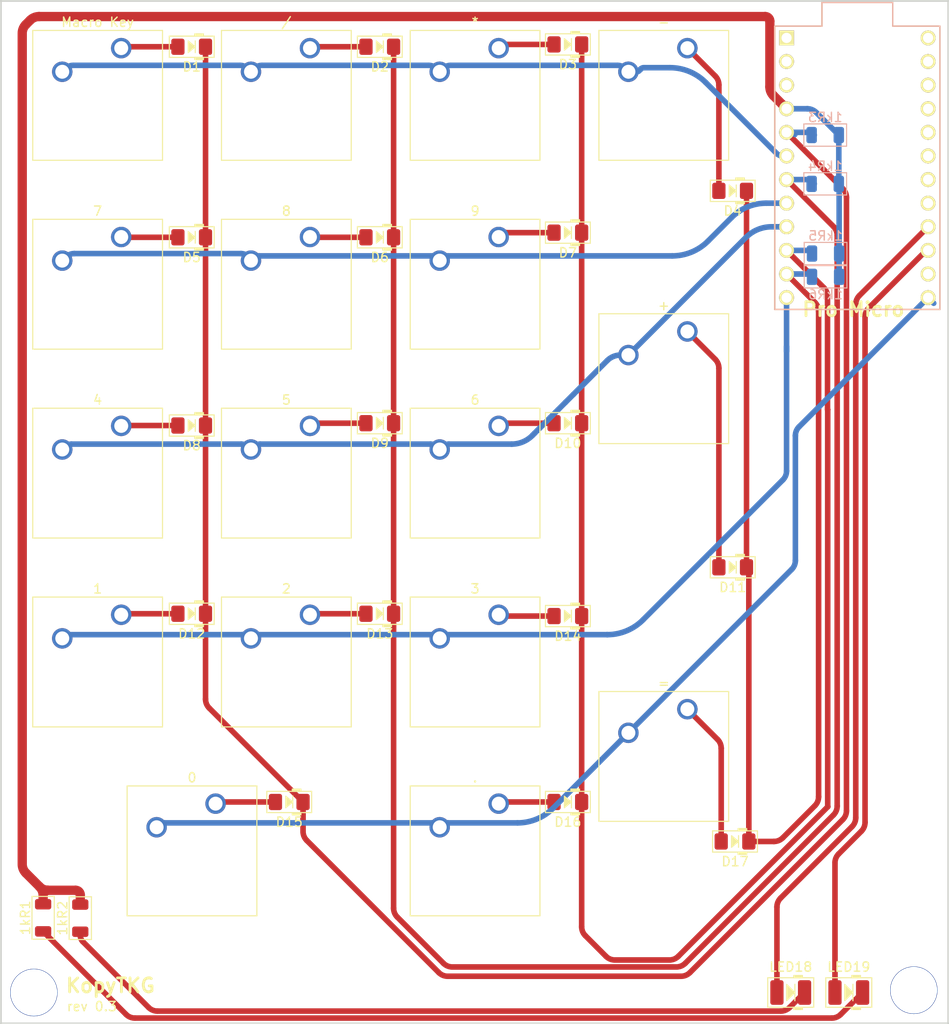
<source format=kicad_pcb>
(kicad_pcb (version 20240108) (generator "pcbnew") (generator_version "8.0")
  (title_block (rev "2"))
  (layers (0 "F.Cu" signal) (31 "B.Cu" signal) (34 "B.Paste" user) (35 "F.Paste" user) (36 "B.SilkS" user "B.Silkscreen") (37 "F.SilkS" user "F.Silkscreen") (38 "B.Mask" user) (39 "F.Mask" user) (44 "Edge.Cuts" user))
  (net 0 "")
  (footprint "Button_Switch_Keyboard:SW_Cherry_MX_1.00u_Plate" (layer "F.Cu") (at 73.66 66.04)
    (property "Reference" "4")
    (property "Value" "SW_Cherry_MX_1.00u_Plate")
  )
  (footprint "PCM_Diode_SMD_AKL:D_1206_3216Metric_Pad1.42x1.75mm_HandSolder" (layer "F.Cu") (at 121.75 106.5 180)
    (property "Reference" "D16")
    (property "Value" "D_1206_3216Metric_Pad1.42x1.75mm_HandSolder")
  )
  (footprint "Button_Switch_Keyboard:SW_Cherry_MX_1.00u_Plate" (layer "F.Cu") (at 73.66 45.72)
    (property "Reference" "7")
    (property "Value" "SW_Cherry_MX_1.00u_Plate")
  )
  (footprint "PCM_Resistor_SMD_AKL:R_1206_3216Metric" (layer "F.Cu") (at 69.25 119 90)
    (property "Reference" "1kR2")
    (property "Value" "R_1206_3216Metric" (hide yes))
  )
  (footprint "PCM_Diode_SMD_AKL:D_1206_3216Metric_Pad1.42x1.75mm_HandSolder" (layer "F.Cu") (at 139.5 40.75 180)
    (property "Reference" "D4")
    (property "Value" "D_1206_3216Metric_Pad1.42x1.75mm_HandSolder")
  )
  (footprint "PCM_Diode_SMD_AKL:D_1206_3216Metric_Pad1.42x1.75mm_HandSolder" (layer "F.Cu") (at 121.75 65.75 180)
    (property "Reference" "D10")
    (property "Value" "D_1206_3216Metric_Pad1.42x1.75mm_HandSolder")
  )
  (footprint "Button_Switch_Keyboard:SW_Cherry_MX_1.00u_Plate" (layer "F.Cu") (at 93.98 86.36)
    (property "Reference" "2")
    (property "Value" "SW_Cherry_MX_1.00u_Plate")
  )
  (footprint "PCM_Diode_SMD_AKL:D_1206_3216Metric_Pad1.42x1.75mm_HandSolder" (layer "F.Cu") (at 101.5 25.25 180)
    (property "Reference" "D2")
    (property "Value" "D_1206_3216Metric_Pad1.42x1.75mm_HandSolder")
  )
  (footprint "PCM_Diode_SMD_AKL:D_1206_3216Metric_Pad1.42x1.75mm_HandSolder" (layer "F.Cu") (at 101.5 86.25 180)
    (property "Reference" "D13")
    (property "Value" "D_1206_3216Metric_Pad1.42x1.75mm_HandSolder")
  )
  (footprint "PCM_Diode_SMD_AKL:D_1206_3216Metric_Pad1.42x1.75mm_HandSolder" (layer "F.Cu") (at 121.75 25 180)
    (property "Reference" "D3")
    (property "Value" "D_1206_3216Metric_Pad1.42x1.75mm_HandSolder")
  )
  (footprint "PCM_Diode_SMD_AKL:D_1206_3216Metric_Pad1.42x1.75mm_HandSolder" (layer "F.Cu") (at 101.5 65.75 180)
    (property "Reference" "D9")
    (property "Value" "D_1206_3216Metric_Pad1.42x1.75mm_HandSolder")
  )
  (footprint "PCM_Diode_SMD_AKL:D_1206_3216Metric_Pad1.42x1.75mm_HandSolder" (layer "F.Cu") (at 139.75 110.75 180)
    (property "Reference" "D17")
    (property "Value" "D_1206_3216Metric_Pad1.42x1.75mm_HandSolder")
  )
  (footprint "Button_Switch_Keyboard:SW_Cherry_MX_2.00u_Vertical_Plate" (layer "F.Cu") (at 134.62 55.88)
    (property "Reference" "+")
    (property "Value" "SW_Cherry_MX_2.00u_Vertical_Plate")
  )
  (footprint "Button_Switch_Keyboard:SW_Cherry_MX_1.00u_Plate" (layer "F.Cu") (at 134.62 25.4)
    (property "Reference" "-")
    (property "Value" "SW_Cherry_MX_1.00u_Plate")
  )
  (footprint "PCM_Diode_SMD_AKL:D_1210_3225Metric_Pad1.42x2.65mm_HandSolder" (layer "F.Cu") (at 145.75 127 180)
    (property "Reference" "LED18")
    (property "Value" "D_1210_3225Metric_Pad1.42x2.65mm_HandSolder" (hide yes))
  )
  (footprint "Button_Switch_Keyboard:SW_Cherry_MX_1.00u_Plate" (layer "F.Cu") (at 114.3 25.4)
    (property "Reference" "*")
    (property "Value" "SW_Cherry_MX_1.00u_Plate")
  )
  (footprint "Button_Switch_Keyboard:SW_Cherry_MX_1.00u_Plate" (layer "F.Cu") (at 114.3 86.36)
    (property "Reference" "3")
    (property "Value" "SW_Cherry_MX_1.00u_Plate")
  )
  (footprint "PCM_Diode_SMD_AKL:D_1206_3216Metric_Pad1.42x1.75mm_HandSolder" (layer "F.Cu") (at 81.25 66 180)
    (property "Reference" "D8")
    (property "Value" "D_1206_3216Metric_Pad1.42x1.75mm_HandSolder")
  )
  (footprint "PCM_Diode_SMD_AKL:D_1206_3216Metric_Pad1.42x1.75mm_HandSolder" (layer "F.Cu") (at 81.25 45.75 180)
    (property "Reference" "D5")
    (property "Value" "D_1206_3216Metric_Pad1.42x1.75mm_HandSolder")
  )
  (footprint "PCM_Diode_SMD_AKL:D_1206_3216Metric_Pad1.42x1.75mm_HandSolder" (layer "F.Cu") (at 139.5 81.25 180)
    (property "Reference" "D11")
    (property "Value" "D_1206_3216Metric_Pad1.42x1.75mm_HandSolder")
  )
  (footprint "PCM_Diode_SMD_AKL:D_1206_3216Metric_Pad1.42x1.75mm_HandSolder" (layer "F.Cu") (at 81.25 86.25 180)
    (property "Reference" "D12")
    (property "Value" "D_1206_3216Metric_Pad1.42x1.75mm_HandSolder")
  )
  (footprint "Button_Switch_Keyboard:SW_Cherry_MX_1.00u_Plate" (layer "F.Cu") (at 114.3 66.04)
    (property "Reference" "6")
    (property "Value" "SW_Cherry_MX_1.00u_Plate")
  )
  (footprint "Button_Switch_Keyboard:SW_Cherry_MX_2.00u_Vertical_Plate" (layer "F.Cu") (at 134.62 96.52)
    (property "Reference" "=")
    (property "Value" "SW_Cherry_MX_2.00u_Vertical_Plate")
  )
  (footprint "Button_Switch_Keyboard:SW_Cherry_MX_1.75u_Plate" (layer "F.Cu") (at 83.82 106.68)
    (property "Reference" "0")
    (property "Value" "SW_Cherry_MX_1.75u_Plate")
  )
  (footprint "Button_Switch_Keyboard:SW_Cherry_MX_1.00u_Plate" (layer "F.Cu") (at 93.98 45.72)
    (property "Reference" "8")
    (property "Value" "SW_Cherry_MX_1.00u_Plate")
  )
  (footprint "PCM_Resistor_SMD_AKL:R_1206_3216Metric" (layer "F.Cu") (at 65.25 118.9625 90)
    (property "Reference" "1kR1")
    (property "Value" "R_1206_3216Metric" (hide yes))
  )
  (footprint "Button_Switch_Keyboard:SW_Cherry_MX_1.00u_Plate" (layer "F.Cu") (at 114.3 106.68)
    (property "Reference" ".")
    (property "Value" "SW_Cherry_MX_1.00u_Plate")
  )
  (footprint "PCM_Diode_SMD_AKL:D_1206_3216Metric_Pad1.42x1.75mm_HandSolder" (layer "F.Cu") (at 101.5 45.75 180)
    (property "Reference" "D6")
    (property "Value" "D_1206_3216Metric_Pad1.42x1.75mm_HandSolder")
  )
  (footprint "PCM_Diode_SMD_AKL:D_1210_3225Metric_Pad1.42x2.65mm_HandSolder" (layer "F.Cu") (at 152 127 180)
    (property "Reference" "LED19")
    (property "Value" "D_1210_3225Metric_Pad1.42x2.65mm_HandSolder" (hide yes))
  )
  (footprint "Button_Switch_Keyboard:SW_Cherry_MX_1.00u_Plate" (layer "F.Cu") (at 93.98 66.04)
    (property "Reference" "5")
    (property "Value" "SW_Cherry_MX_1.00u_Plate")
  )
  (footprint "Button_Switch_Keyboard:SW_Cherry_MX_1.00u_Plate" (layer "F.Cu") (at 73.66 25.4)
    (property "Reference" "Macro Key")
    (property "Value" "SW_Cherry_MX_1.00u_Plate")
  )
  (footprint "PCM_Diode_SMD_AKL:D_1206_3216Metric_Pad1.42x1.75mm_HandSolder" (layer "F.Cu") (at 121.75 45.25 180)
    (property "Reference" "D7")
    (property "Value" "D_1206_3216Metric_Pad1.42x1.75mm_HandSolder")
  )
  (footprint "PCM_Diode_SMD_AKL:D_1206_3216Metric_Pad1.42x1.75mm_HandSolder" (layer "F.Cu") (at 121.75 86.5 180)
    (property "Reference" "D14")
    (property "Value" "D_1206_3216Metric_Pad1.42x1.75mm_HandSolder")
  )
  (footprint "promicro:ProMicro" (layer "F.Cu") (at 152.92 38.27 -90)
    (property "Reference" "REF**" (hide yes))
    (property "Value" "ProMicro")
  )
  (footprint "PCM_Diode_SMD_AKL:D_1206_3216Metric_Pad1.42x1.75mm_HandSolder" (layer "F.Cu") (at 91.75 106.5 180)
    (property "Reference" "D15")
    (property "Value" "D_1206_3216Metric_Pad1.42x1.75mm_HandSolder")
  )
  (footprint "PCM_Diode_SMD_AKL:D_1206_3216Metric_Pad1.42x1.75mm_HandSolder" (layer "F.Cu") (at 81.25 25.25 180)
    (property "Reference" "D1")
    (property "Value" "D_1206_3216Metric_Pad1.42x1.75mm_HandSolder")
  )
  (footprint "Button_Switch_Keyboard:SW_Cherry_MX_1.00u_Plate" (layer "F.Cu") (at 73.66 86.36)
    (property "Reference" "1")
    (property "Value" "SW_Cherry_MX_1.00u_Plate")
  )
  (footprint "Button_Switch_Keyboard:SW_Cherry_MX_1.00u_Plate" (layer "F.Cu") (at 114.3 45.72)
    (property "Reference" "9")
    (property "Value" "SW_Cherry_MX_1.00u_Plate")
  )
  (footprint "Button_Switch_Keyboard:SW_Cherry_MX_1.00u_Plate" (layer "F.Cu") (at 93.98 25.4)
    (property "Reference" "/")
    (property "Value" "SW_Cherry_MX_1.00u_Plate")
  )
  (footprint "PCM_Resistor_SMD_AKL:R_1206_3216Metric" (layer "B.Cu") (at 149.5 50)
    (property "Reference" "1kR6")
    (property "Value" "R_1206_3216Metric" (hide yes))
  )
  (footprint "PCM_Resistor_SMD_AKL:R_1206_3216Metric" (layer "B.Cu") (at 149.4625 40 180)
    (property "Reference" "1kR4")
    (property "Value" "R_1206_3216Metric" (hide yes))
  )
  (footprint "PCM_Resistor_SMD_AKL:R_1206_3216Metric" (layer "B.Cu") (at 149.5 47.5 180)
    (property "Reference" "1kR5")
    (property "Value" "R_1206_3216Metric" (hide yes))
  )
  (footprint "PCM_Resistor_SMD_AKL:R_1206_3216Metric" (layer "B.Cu") (at 149.4625 34.75 180)
    (property "Reference" "1kR3")
    (property "Value" "R_1206_3216Metric" (hide yes))
  )
  (gr_rect (start 60.706 20.32) (end 162.706 130.32) (stroke (width 0.2)) (fill none) (layer "Edge.Cuts"))
  (gr_text "rev 0.3\n" (at 70.5 128.5 0) (layer "F.SilkS") (effects (font (size 1 1))))
  (gr_text "Pro Micro" (at 152.5 53.5 0) (layer "F.SilkS") (effects (font (size 1.5 1.5) (thickness 0.3))))
  (gr_text "KopyTKG" (at 72.5 126.25 0) (layer "F.SilkS") (effects (font (size 1.5 1.5) (thickness 0.3))))
  (segment (start 138.0125 29.35599) (end 138.0125 40.75) (width 0.6) (layer "F.Cu") (net 0))
  (segment (start 134.398448 123.851551) (end 150.351551 107.898448) (width 0.6) (layer "F.Cu") (net 0))
  (segment (start 82.7375 95.436509) (end 82.7375 86.25) (width 0.6) (layer "F.Cu") (net 0))
  (segment (start 93.995 45.735) (end 93.98 45.72) (width 0.25) (layer "F.Cu") (net 0))
  (segment (start 137.614051 28.394051) (end 134.62 25.4) (width 0.6) (layer "F.Cu") (net 0))
  (segment (start 82.7375 45.74375) (end 82.7375 45.75625) (width 0.25) (layer "F.Cu") (net 0))
  (segment (start 141.2375 81.676776) (end 141.2375 110.75) (width 0.6) (layer "F.Cu") (net 0))
  (segment (start 73.675 45.735) (end 73.66 45.72) (width 0.25) (layer "F.Cu") (net 0))
  (segment (start 114.79506 65.75) (end 120.2625 65.75) (width 0.6) (layer "F.Cu") (net 0))
  (segment (start 93.2375 109.674009) (end 93.2375 106.5) (width 0.6) (layer "F.Cu") (net 0))
  (segment (start 84.127279 106.5) (end 90.2625 106.5) (width 0.6) (layer "F.Cu") (net 0))
  (segment (start 63 113.186509) (end 63 23.81349) (width 1) (layer "F.Cu") (net 0))
  (segment (start 114.607279 106.5) (end 120.2625 106.5) (width 0.6) (layer "F.Cu") (net 0))
  (segment (start 154.148448 53.351551) (end 160.269289 47.23071) (width 0.6) (layer "F.Cu") (net 0))
  (segment (start 148.75 105.936509) (end 148.75 53.71349) (width 0.6) (layer "F.Cu") (net 0))
  (segment (start 94.031213 45.75) (end 100.0125 45.75) (width 0.6) (layer "F.Cu") (net 0))
  (segment (start 73.711213 45.75) (end 79.7625 45.75) (width 0.6) (layer "F.Cu") (net 0))
  (segment (start 69.25 120.85625) (end 69.25 120.4625) (width 0.6) (layer "F.Cu") (net 0))
  (segment (start 149.72 64.28) (end 149.71 64.29) (width 0.6) (layer "F.Cu") (net 0))
  (segment (start 143.936508 110.75) (end 141.2375 110.75) (width 0.6) (layer "F.Cu") (net 0))
  (segment (start 73.847781 86.25) (end 79.7625 86.25) (width 0.6) (layer "F.Cu") (net 0))
  (segment (start 82.7375 45.74375) (end 82.7375 45.7375) (width 0.25) (layer "F.Cu") (net 0))
  (segment (start 114.538994 86.5) (end 120.2625 86.5) (width 0.6) (layer "F.Cu") (net 0))
  (segment (start 74.176551 129.351551) (end 65.25 120.425) (width 0.6) (layer "F.Cu") (net 0))
  (segment (start 94.035 86.305) (end 93.98 86.36) (width 0.25) (layer "F.Cu") (net 0))
  (segment (start 114.982842 25) (end 120.2625 25) (width 0.6) (layer "F.Cu") (net 0))
  (segment (start 123.2375 45.25) (end 123.2375 25) (width 0.6) (layer "F.Cu") (net 0))
  (segment (start 83.135948 96.398448) (end 93.2375 106.5) (width 0.6) (layer "F.Cu") (net 0))
  (segment (start 123.635948 120.885948) (end 125.851551 123.101551) (width 0.6) (layer "F.Cu") (net 0))
  (segment (start 114.37 86.43) (end 114.3 86.36) (width 0.25) (layer "F.Cu") (net 0))
  (segment (start 149.311551 51.171551) (end 145.3 47.16) (width 0.6) (layer "F.Cu") (net 0))
  (segment (start 151.75 41.47349) (end 151.75 107.436509) (width 0.6) (layer "F.Cu") (net 0))
  (segment (start 153.351551 109.648448) (end 150.910948 112.089051) (width 0.6) (layer "F.Cu") (net 0))
  (segment (start 108.351551 123.851551) (end 103.385948 118.885948) (width 0.6) (layer "F.Cu") (net 0))
  (segment (start 133.936509 125.25) (end 108.81349 125.25) (width 0.6) (layer "F.Cu") (net 0))
  (segment (start 151.135948 129.351551) (end 153.4875 127) (width 0.6) (layer "F.Cu") (net 0))
  (segment (start 148.351551 106.898448) (end 144.898447 110.351551) (width 0.6) (layer "F.Cu") (net 0))
  (segment (start 153.75 54.31349) (end 153.75 108.686509) (width 0.6) (layer "F.Cu") (net 0))
  (segment (start 82.7375 45.75625) (end 82.7375 66) (width 0.6) (layer "F.Cu") (net 0))
  (segment (start 133.436509 124.25) (end 109.31349 124.25) (width 0.6) (layer "F.Cu") (net 0))
  (segment (start 137.614051 58.874051) (end 134.62 55.88) (width 0.6) (layer "F.Cu") (net 0))
  (segment (start 144.674009 129) (end 77.56349 129) (width 0.6) (layer "F.Cu") (net 0))
  (segment (start 151.351551 108.398448) (end 134.898448 124.851551) (width 0.6) (layer "F.Cu") (net 0))
  (segment (start 145.635948 128.601551) (end 147.2375 127) (width 0.6) (layer "F.Cu") (net 0))
  (segment (start 82.7375 45.74375) (end 82.7375 25.25) (width 0.6) (layer "F.Cu") (net 0))
  (segment (start 114.5 25.2) (end 114.3 25.4) (width 0.25) (layer "F.Cu") (net 0))
  (segment (start 137.864051 99.764051) (end 134.62 96.52) (width 0.6) (layer "F.Cu") (net 0))
  (segment (start 148.351551 52.751551) (end 145.3 49.7) (width 0.6) (layer "F.Cu") (net 0))
  (segment (start 123.2375 86.5) (end 123.2375 106.5) (width 0.6) (layer "F.Cu") (net 0))
  (segment (start 102.9875 86.25) (end 102.9875 65.75) (width 0.6) (layer "F.Cu") (net 0))
  (segment (start 123.2375 119.924009) (end 123.2375 106.5) (width 0.6) (layer "F.Cu") (net 0))
  (segment (start 140.9875 81.073223) (end 140.9875 40.75) (width 0.6) (layer "F.Cu") (net 0))
  (segment (start 149.71 52.13349) (end 149.71 64.242928) (width 0.6) (layer "F.Cu") (net 0))
  (segment (start 94.167781 86.25) (end 100.0125 86.25) (width 0.6) (layer "F.Cu") (net 0))
  (segment (start 143.5 22.499999) (end 143.5 29.556509) (width 1) (layer "F.Cu") (net 0))
  (segment (start 82.7375 86.25) (end 82.7375 66) (width 0.6) (layer "F.Cu") (net 0))
  (segment (start 102.9875 86.25) (end 102.9875 117.924009) (width 0.6) (layer "F.Cu") (net 0))
  (segment (start 100.0125 65.75) (end 94.27 65.75) (width 0.6) (layer "F.Cu") (net 0))
  (segment (start 114.39 106.59) (end 114.3 106.68) (width 0.25) (layer "F.Cu") (net 0))
  (segment (start 65.749999 116) (end 68.75 116) (width 1) (layer "F.Cu") (net 0))
  (segment (start 115.10234 45.25) (end 120.2625 45.25) (width 0.6) (layer "F.Cu") (net 0))
  (segment (start 133.648448 123.101551) (end 149.75 107) (width 0.6) (layer "F.Cu") (net 0))
  (segment (start 153.148448 52.011551) (end 160.54 44.62) (width 0.6) (layer "F.Cu") (net 0))
  (segment (start 69.528423 121.528423) (end 76.601551 128.601551) (width 0.6) (layer "F.Cu") (net 0))
  (segment (start 152.75 108.186509) (end 152.75 52.97349) (width 0.6) (layer "F.Cu") (net 0))
  (segment (start 123.2375 45.25) (end 123.2375 65.75) (width 0.6) (layer "F.Cu") (net 0))
  (segment (start 160.44 47.16) (end 160.54 47.16) (width 0.6) (layer "F.Cu") (net 0))
  (segment (start 63.851551 22.398447) (end 63.398448 22.851551) (width 1) (layer "F.Cu") (net 0))
  (segment (start 73.68 66.02) (end 73.66 66.04) (width 0.25) (layer "F.Cu") (net 0))
  (segment (start 149.72 64.26) (end 149.715 64.255) (width 0.6) (layer "F.Cu") (net 0))
  (segment (start 144.2625 117.800989) (end 144.2625 127) (width 0.6) (layer "F.Cu") (net 0))
  (segment (start 102.9875 45.75) (end 102.9875 65.75) (width 0.6) (layer "F.Cu") (net 0))
  (segment (start 82.7375 45.75625) (end 82.7375 45.74375) (width 0.6) (layer "F.Cu") (net 0))
  (segment (start 143.898448 30.518448) (end 145.3 31.92) (width 1) (layer "F.Cu") (net 0))
  (segment (start 132.686509 123.5) (end 126.81349 123.5) (width 0.6) (layer "F.Cu") (net 0))
  (segment (start 138.2625 100.72599) (end 138.2625 110.75) (width 0.6) (layer "F.Cu") (net 0))
  (segment (start 102.9875 45.75) (end 102.9875 25.25) (width 0.6) (layer "F.Cu") (net 0))
  (segment (start 83.91 106.59) (end 83.82 106.68) (width 0.25) (layer "F.Cu") (net 0))
  (segment (start 150.75 106.936509) (end 150.75 45.55349) (width 0.6) (layer "F.Cu") (net 0))
  (segment (start 150.5125 113.013926) (end 150.5125 127) (width 0.6) (layer "F.Cu") (net 0))
  (segment (start 73.735 25.325) (end 73.66 25.4) (width 0.25) (layer "F.Cu") (net 0))
  (segment (start 151.351551 40.511551) (end 145.3 34.46) (width 0.6) (layer "F.Cu") (net 0))
  (segment (start 138.0125 59.83599) (end 138.0125 81.25) (width 0.6) (layer "F.Cu") (net 0))
  (segment (start 65.25 116.56349) (end 65.25 117.5) (width 1) (layer "F.Cu") (net 0))
  (segment (start 114.445 65.895) (end 114.3 66.04) (width 0.25) (layer "F.Cu") (net 0))
  (segment (start 64.851551 115.601551) (end 63.398448 114.148448) (width 1) (layer "F.Cu") (net 0))
  (segment (start 94.236066 25.25) (end 100.0125 25.25) (width 0.6) (layer "F.Cu") (net 0))
  (segment (start 69.25 116.499999) (end 69.25 117.5) (width 1) (layer "F.Cu") (net 0))
  (segment (start 150.512763 113.01329) (end 150.513027 113.013027) (width 0.6) (layer "F.Cu") (net 0))
  (segment (start 64.81349 22) (end 143 22) (width 1) (layer "F.Cu") (net 0))
  (segment (start 73.916066 25.25) (end 79.7625 25.25) (width 0.6) (layer "F.Cu") (net 0))
  (segment (start 73.715 86.305) (end 73.66 86.36) (width 0.25) (layer "F.Cu") (net 0))
  (segment (start 123.2375 86.5) (end 123.2375 65.75) (width 0.6) (layer "F.Cu") (net 0))
  (segment (start 144.660948 116.83905) (end 152.351551 109.148448) (width 0.6) (layer "F.Cu") (net 0))
  (segment (start 94.055 25.325) (end 93.98 25.4) (width 0.25) (layer "F.Cu") (net 0))
  (segment (start 93.635948 110.635948) (end 107.851551 124.851551) (width 0.6) (layer "F.Cu") (net 0))
  (segment (start 73.728284 66) (end 79.7625 66) (width 0.6) (layer "F.Cu") (net 0))
  (segment (start 114.535 45.485) (end 114.3 45.72) (width 0.25) (layer "F.Cu") (net 0))
  (segment (start 150.351551 44.591551) (end 145.3 39.54) (width 0.6) (layer "F.Cu") (net 0))
  (segment (start 149.73 64.284142) (end 149.73 107.02) (width 0.6) (layer "F.Cu") (net 0))
  (segment (start 75.13849 129.75) (end 150.174009 129.75) (width 0.6) (layer "F.Cu") (net 0))
  (via (at 159 126.75) (size 5.1) (drill 5) (layers "F.Cu" "B.Cu") (net 0))
  (via (at 64.25 127) (size 5.1) (drill 5) (layers "F.Cu" "B.Cu") (net 0))
  (arc (start 125.851551 123.101551) (mid 126.292892 123.396446) (end 126.81349 123.5) (width 0.6) (layer "F.Cu") (net 0))
  (arc (start 73.916066 25.25) (mid 73.818073 25.269491) (end 73.735 25.325) (width 0.6) (layer "F.Cu") (net 0))
  (arc (start 74.176551 129.351551) (mid 74.617892 129.646446) (end 75.13849 129.75) (width 0.6) (layer "F.Cu") (net 0))
  (arc (start 151.135948 129.351551) (mid 150.694606 129.646446) (end 150.174009 129.75) (width 0.6) (layer "F.Cu") (net 0))
  (arc (start 149.73 64.284142) (mid 149.726383 64.27873) (end 149.72 64.28) (width 0.6) (layer "F.Cu") (net 0))
  (arc (start 160.44 47.16) (mid 160.347611 47.178376) (end 160.269289 47.23071) (width 0.6) (layer "F.Cu") (net 0))
  (arc (start 73.675 45.735) (mid 73.691614 45.746101) (end 73.711213 45.75) (width 0.25) (layer "F.Cu") (net 0))
  (arc (start 114.79506 65.75) (mid 114.605609 65.787684) (end 114.445 65.895) (width 0.6) (layer "F.Cu") (net 0))
  (arc (start 149.71 64.242928) (mid 149.711299 64.249461) (end 149.715 64.255) (width 0.6) (layer "F.Cu") (net 0))
  (arc (start 150.351551 44.591551) (mid 150.646446 45.032892) (end 150.75 45.55349) (width 0.6) (layer "F.Cu") (net 0))
  (arc (start 114.982842 25) (mid 114.721529 25.051978) (end 114.5 25.2) (width 0.6) (layer "F.Cu") (net 0))
  (arc (start 150.910948 112.089051) (mid 150.616053 112.530392) (end 150.5125 113.05099) (width 0.6) (layer "F.Cu") (net 0))
  (arc (start 137.864051 99.764051) (mid 138.158946 100.205392) (end 138.2625 100.72599) (width 0.6) (layer "F.Cu") (net 0))
  (arc (start 108.351551 123.851551) (mid 108.792892 124.146446) (end 109.31349 124.25) (width 0.6) (layer "F.Cu") (net 0))
  (arc (start 65.25 116.56349) (mid 65.146446 116.042892) (end 64.851551 115.601551) (width 1) (layer "F.Cu") (net 0))
  (arc (start 150.512763 113.01329) (mid 150.512568 113.013582) (end 150.5125 113.013926) (width 0.6) (layer "F.Cu") (net 0))
  (arc (start 63 113.186509) (mid 63.103553 113.707106) (end 63.398448 114.148448) (width 1) (layer "F.Cu") (net 0))
  (arc (start 149.311551 51.171551) (mid 149.606446 51.612892) (end 149.71 52.13349) (width 0.6) (layer "F.Cu") (net 0))
  (arc (start 84.127279 106.5) (mid 84.009688 106.52339) (end 83.91 106.59) (width 0.6) (layer "F.Cu") (net 0))
  (arc (start 151.351551 40.511551) (mid 151.646446 40.952892) (end 151.75 41.47349) (width 0.6) (layer "F.Cu") (net 0))
  (arc (start 64.81349 22) (mid 64.292892 22.103552) (end 63.851551 22.398447) (width 1) (layer "F.Cu") (net 0))
  (arc (start 137.614051 28.394051) (mid 137.908946 28.835392) (end 138.0125 29.35599) (width 0.6) (layer "F.Cu") (net 0))
  (arc (start 133.936509 125.25) (mid 134.457106 125.146446) (end 134.898448 124.851551) (width 0.6) (layer "F.Cu") (net 0))
  (arc (start 151.351551 108.398448) (mid 151.646446 107.957106) (end 151.75 107.436509) (width 0.6) (layer "F.Cu") (net 0))
  (arc (start 133.648448 123.101551) (mid 133.207106 123.396446) (end 132.686509 123.5) (width 0.6) (layer "F.Cu") (net 0))
  (arc (start 94.236066 25.25) (mid 94.138073 25.269491) (end 94.055 25.325) (width 0.6) (layer "F.Cu") (net 0))
  (arc (start 149.73 64.284142) (mid 149.727401 64.271076) (end 149.72 64.26) (width 0.6) (layer "F.Cu") (net 0))
  (arc (start 141.1125 81.375) (mid 141.205013 81.513456) (end 141.2375 81.676776) (width 0.6) (layer "F.Cu") (net 0))
  (arc (start 137.614051 58.874051) (mid 137.908946 59.315392) (end 138.0125 59.83599) (width 0.6) (layer "F.Cu") (net 0))
  (arc (start 63.398448 22.851551) (mid 63.103553 23.292892) (end 63 23.81349) (width 1) (layer "F.Cu") (net 0))
  (arc (start 82.7375 45.74375) (mid 82.7375 45.74375) (end 82.7375 45.74375) (width 0.6) (layer "F.Cu") (net 0))
  (arc (start 123.2375 119.924009) (mid 123.341053 120.444606) (end 123.635948 120.885948) (width 0.6) (layer "F.Cu") (net 0))
  (arc (start 73.847781 86.25) (mid 73.77592 86.264294) (end 73.715 86.305) (width 0.6) (layer "F.Cu") (net 0))
  (arc (start 150.75 106.936509) (mid 150.646446 107.457106) (end 150.351551 107.898448) (width 0.6) (layer "F.Cu") (net 0))
  (arc (start 65.749999 116) (mid 65.396446 116.165042) (end 65.25 116.56349) (width 1) (layer "F.Cu") (net 0))
  (arc (start 69.25 120.85625) (mid 69.322359 121.220027) (end 69.528423 121.528423) (width 0.6) (layer "F.Cu") (net 0))
  (arc (start 144.898447 110.351551) (mid 144.457105 110.646446) (end 143.936508 110.75) (width 0.6) (layer "F.Cu") (net 0))
  (arc (start 154.148448 53.351551) (mid 153.853553 53.792892) (end 153.75 54.31349) (width 0.6) (layer "F.Cu") (net 0))
  (arc (start 102.9875 117.924009) (mid 103.091053 118.444606) (end 103.385948 118.885948) (width 0.6) (layer "F.Cu") (net 0))
  (arc (start 145.635948 128.601551) (mid 145.194606 128.896446) (end 144.674009 129) (width 0.6) (layer "F.Cu") (net 0))
  (arc (start 140.9875 81.073223) (mid 141.019986 81.236543) (end 141.1125 81.375) (width 0.6) (layer "F.Cu") (net 0))
  (arc (start 114.607279 106.5) (mid 114.489688 106.52339) (end 114.39 106.59) (width 0.6) (layer "F.Cu") (net 0))
  (arc (start 115.10234 45.25) (mid 114.795297 45.311074) (end 114.535 45.485) (width 0.6) (layer "F.Cu") (net 0))
  (arc (start 76.601551 128.601551) (mid 77.042892 128.896446) (end 77.56349 129) (width 0.6) (layer "F.Cu") (net 0))
  (arc (start 152.75 108.186509) (mid 152.646446 108.707106) (end 152.351551 109.148448) (width 0.6) (layer "F.Cu") (net 0))
  (arc (start 94.167781 86.25) (mid 94.09592 86.264294) (end 94.035 86.305) (width 0.6) (layer "F.Cu") (net 0))
  (arc (start 143.5 22.499999) (mid 143.353553 22.146446) (end 143 22) (width 1) (layer "F.Cu") (net 0))
  (arc (start 69.25 116.499999) (mid 69.103553 116.146446) (end 68.75 116) (width 1) (layer "F.Cu") (net 0))
  (arc (start 107.851551 124.851551) (mid 108.292892 125.146446) (end 108.81349 125.25) (width 0.6) (layer "F.Cu") (net 0))
  (arc (start 148.351551 52.751551) (mid 148.646446 53.192892) (end 148.75 53.71349) (width 0.6) (layer "F.Cu") (net 0))
  (arc (start 149.72 64.28) (mid 149.724142 64.27) (end 149.72 64.26) (width 0.6) (layer "F.Cu") (net 0))
  (arc (start 64.851551 115.601551) (mid 65.276391 115.896446) (end 65.749999 116) (width 1) (layer "F.Cu") (net 0))
  (arc (start 143.5 29.556509) (mid 143.603553 30.077106) (end 143.898448 30.518448) (width 1) (layer "F.Cu") (net 0))
  (arc (start 148.75 105.936509) (mid 148.646446 106.457106) (end 148.351551 106.898448) (width 0.6) (layer "F.Cu") (net 0))
  (arc (start 93.995 45.735) (mid 94.011614 45.746101) (end 94.031213 45.75) (width 0.25) (layer "F.Cu") (net 0))
  (arc (start 153.148448 52.011551) (mid 152.853553 52.452892) (end 152.75 52.97349) (width 0.6) (layer "F.Cu") (net 0))
  (arc (start 133.436509 124.25) (mid 133.957106 124.146446) (end 134.398448 123.851551) (width 0.6) (layer "F.Cu") (net 0))
  (arc (start 114.37 86.43) (mid 114.447535 86.481807) (end 114.538994 86.5) (width 0.25) (layer "F.Cu") (net 0))
  (arc (start 144.660948 116.83905) (mid 144.366053 117.280391) (end 144.2625 117.800989) (width 0.6) (layer "F.Cu") (net 0))
  (arc (start 73.728284 66) (mid 73.702152 66.005197) (end 73.68 66.02) (width 0.6) (layer "F.Cu") (net 0))
  (arc (start 82.7375 95.436509) (mid 82.841053 95.957106) (end 83.135948 96.398448) (width 0.6) (layer "F.Cu") (net 0))
  (arc (start 153.351551 109.648448) (mid 153.646446 109.207106) (end 153.75 108.686509) (width 0.6) (layer "F.Cu") (net 0))
  (arc (start 93.2375 109.674009) (mid 93.341053 110.194606) (end 93.635948 110.635948) (width 0.6) (layer "F.Cu") (net 0))
  (segment (start 118.175735 66.82426) (end 118.112275 66.887721) (width 0.6) (layer "B.Cu") (net 0))
  (segment (start 129.534999 27.714999) (end 129.505 27.745) (width 0.6) (layer "B.Cu") (net 0))
  (segment (start 147.8875 49.85) (end 148.0375 50) (width 0.6) (layer "B.Cu") (net 0))
  (segment (start 129.564999 27.684999) (end 129.555624 27.694374) (width 0.6) (layer "B.Cu") (net 0))
  (segment (start 129.587499 27.662499) (end 129.585624 27.664374) (width 0.6) (layer "B.Cu") (net 0))
  (segment (start 145.3 58.024695) (end 145.3 52.24) (width 0.6) (layer "B.Cu") (net 0))
  (segment (start 145.345 39.54) (end 145.3225 39.54) (width 0.6) (layer "B.Cu") (net 0))
  (segment (start 129.505 27.745) (end 129.405 27.845) (width 0.6) (layer "B.Cu") (net 0))
  (segment (start 88.312842 88.5) (end 107.217157 88.5) (width 0.6) (layer "B.Cu") (net 0))
  (segment (start 128.757903 27.94) (end 129.175649 27.94) (width 0.6) (layer "B.Cu") (net 0))
  (segment (start 129.609999 27.639999) (end 129.6025 27.6475) (width 0.6) (layer "B.Cu") (net 0))
  (segment (start 129.615155 27.634842) (end 129.615624 27.634374) (width 0.6) (layer "B.Cu") (net 0))
  (segment (start 129.623124 27.626874) (end 129.621249 27.628749) (width 0.6) (layer "B.Cu") (net 0))
  (segment (start 145.851551 81.478448) (end 128.27 99.06) (width 0.6) (layer "B.Cu") (net 0))
  (segment (start 107.7 88.7) (end 107.882322 88.882322) (width 0.6) (layer "B.Cu") (net 0))
  (segment (start 129.589374 27.660624) (end 129.589843 27.660155) (width 0.6) (layer "B.Cu") (net 0))
  (segment (start 120.687582 64.31241) (end 120.433741 64.566252) (width 0.6) (layer "B.Cu") (net 0))
  (segment (start 129.621249 27.628749) (end 129.619374 27.630624) (width 0.6) (layer "B.Cu") (net 0))
  (segment (start 129.576249 27.673749) (end 129.574374 27.675624) (width 0.6) (layer "B.Cu") (net 0))
  (segment (start 143.685 44.62) (end 145.3 44.62) (width 0.6) (layer "B.Cu") (net 0))
  (segment (start 120.046094 64.953898) (end 119.859155 65.140838) (width 0.6) (layer "B.Cu") (net 0))
  (segment (start 118.523046 66.476949) (end 118.429576 66.570419) (width 0.6) (layer "B.Cu") (net 0))
  (segment (start 129.592655 27.657342) (end 129.594999 27.654999) (width 0.6) (layer "B.Cu") (net 0))
  (segment (start 118.112275 66.887721) (end 117.985355 67.014642) (width 0.6) (layer "B.Cu") (net 0))
  (segment (start 129.585624 27.664374) (end 129.583749 27.666249) (width 0.6) (layer "B.Cu") (net 0))
  (segment (start 147.457083 47.16) (end 145.3 47.16) (width 0.6) (layer "B.Cu") (net 0))
  (segment (start 107.967677 88.882322) (end 108.15 88.7) (width 0.6) (layer "B.Cu") (net 0))
  (segment (start 129.589374 27.660624) (end 129.587499 27.662499) (width 0.6) (layer "B.Cu") (net 0))
  (segment (start 128.018123 99.311872) (end 127.901872 99.428123) (width 0.6) (layer "B.Cu") (net 0))
  (segment (start 129.6025 27.6475) (end 129.594999 27.654999) (width 0.6) (layer "B.Cu") (net 0))
  (segment (start 120.173792 107.156207) (end 127.494997 99.834999) (width 0.6) (layer "B.Cu") (net 0))
  (segment (start 129.619374 27.630624) (end 129.617499 27.632499) (width 0.6) (layer "B.Cu") (net 0))
  (segment (start 132.996036 47.75) (end 108.820624 47.75) (width 0.6) (layer "B.Cu") (net 0))
  (segment (start 128.114999 99.214997) (end 128.037498 99.292496) (width 0.6) (layer "B.Cu") (net 0))
  (segment (start 147.50223 39.54) (end 145.3225 39.54) (width 0.6) (layer "B.Cu") (net 0))
  (segment (start 145.55 49.7) (end 147.525367 49.7) (width 0.6) (layer "B.Cu") (net 0))
  (segment (start 148.0575 39.77) (end 148.2875 40) (width 0.6) (layer "B.Cu") (net 0))
  (segment (start 128.192498 99.137498) (end 128.114999 99.214997) (width 0.6) (layer "B.Cu") (net 0))
  (segment (start 107.928786 48.178786) (end 107.725 47.975) (width 0.6) (layer "B.Cu") (net 0))
  (segment (start 119.859155 65.140838) (end 119.672216 65.327777) (width 0.6) (layer "B.Cu") (net 0))
  (segment (start 150.9625 47.5) (end 150.9625 50) (width 0.6) (layer "B.Cu") (net 0))
  (segment (start 118.84379 66.156205) (end 118.683418 66.316577) (width 0.6) (layer "B.Cu") (net 0))
  (segment (start 67.655 27.595) (end 67.31 27.94) (width 0.6) (layer "B.Cu") (net 0))
  (segment (start 129.592655 27.657342) (end 129.589843 27.660155) (width 0.6) (layer "B.Cu") (net 0))
  (segment (start 145.3 70.886508) (end 145.3 57.5) (width 0.6) (layer "B.Cu") (net 0))
  (segment (start 109.127903 27.25) (end 127.092096 27.25) (width 0.6) (layer "B.Cu") (net 0))
  (segment (start 86.452096 27.25) (end 68.487903 27.25) (width 0.6) (layer "B.Cu") (net 0))
  (segment (start 129.581874 27.668124) (end 129.576249 27.673749) (width 0.6) (layer "B.Cu") (net 0))
  (segment (start 128.405625 98.924375) (end 128.425 98.905) (width 0.6) (layer "B.Cu") (net 0))
  (segment (start 127.425 58.42) (end 127.8475 58.42) (width 0.6) (layer "B.Cu") (net 0))
  (segment (start 128.347499 98.982499) (end 128.269998 99.059998) (width 0.6) (layer "B.Cu") (net 0))
  (segment (start 129.624531 27.625468) (end 129.625 27.625) (width 0.6) (layer "B.Cu") (net 0))
  (segment (start 132.746036 27.5) (end 129.926776 27.5) (width 0.6) (layer "B.Cu") (net 0))
  (segment (start 128.405625 98.924375) (end 128.366874 98.963124) (width 0.6) (layer "B.Cu") (net 0))
  (segment (start 129.615155 27.634842) (end 129.612342 27.637655) (width 0.6) (layer "B.Cu") (net 0))
  (segment (start 128.269998 99.059998) (end 128.192498 99.137498) (width 0.6) (layer "B.Cu") (net 0))
  (segment (start 122.344436 62.655558) (end 125.982494 59.017505) (width 0.6) (layer "B.Cu") (net 0))
  (segment (start 128.037498 99.292496) (end 128.018123 99.311872) (width 0.6) (layer "B.Cu") (net 0))
  (segment (start 86.717157 88.5) (end 67.992842 88.5) (width 0.6) (layer "B.Cu") (net 0))
  (segment (start 144.88 34.5) (end 144.8 34.5) (width 0.6) (layer "B.Cu") (net 0))
  (segment (start 127.804998 99.524998) (end 127.494997 99.834999) (width 0.6) (layer "B.Cu") (net 0))
  (segment (start 88.620121 68) (end 106.959878 68) (width 0.6) (layer "B.Cu") (net 0))
  (segment (start 87.919999 68.289999) (end 87.647677 68.562322) (width 0.6) (layer "B.Cu") (net 0))
  (segment (start 108.265 108.985) (end 108.058284 109.191715) (width 0.6) (layer "B.Cu") (net 0))
  (segment (start 118.683418 66.316577) (end 118.523046 66.476949) (width 0.6) (layer "B.Cu") (net 0))
  (segment (start 122.344436 62.655558) (end 121.516009 63.483984) (width 0.6) (layer "B.Cu") (net 0))
  (segment (start 129.623593 27.626405) (end 129.623124 27.626874) (width 0.6) (layer "B.Cu") (net 0))
  (segment (start 120.046094 64.953898) (end 120.112997 64.886996) (width 0.6) (layer "B.Cu") (net 0))
  (segment (start 129.574374 27.675624) (end 129.564999 27.684999) (width 0.6) (layer "B.Cu") (net 0))
  (segment (start 68.300121 68) (end 86.589878 68) (width 0.6) (layer "B.Cu") (net 0))
  (segment (start 128.366874 98.963124) (end 128.347499 98.982499) (width 0.6) (layer "B.Cu") (net 0))
  (segment (start 151.0875 40.125) (end 151.2125 40) (width 0.25) (layer "B.Cu") (net 0))
  (segment (start 87.584038 48.084038) (end 87.315 47.815) (width 0.6) (layer "B.Cu") (net 0))
  (segment (start 129.555156 27.694843) (end 129.544843 27.705156) (width 0.6) (layer "B.Cu") (net 0))
  (segment (start 129.624531 27.625468) (end 129.623593 27.626405) (width 0.6) (layer "B.Cu") (net 0))
  (segment (start 150.9625 40.426776) (end 150.9625 47.5) (width 0.6) (layer "B.Cu") (net 0))
  (segment (start 87.711317 88.818682) (end 87.829999 88.699999) (width 0.6) (layer "B.Cu") (net 0))
  (segment (start 108.940121 68) (end 115.69624 68) (width 0.6) (layer "B.Cu") (net 0))
  (segment (start 87.29 68.29) (end 87.562322 68.562322) (width 0.6) (layer "B.Cu") (net 0))
  (segment (start 78.27234 108.75) (end 107.147659 108.75) (width 0.6) (layer "B.Cu") (net 0))
  (segment (start 129.534999 27.714999) (end 129.544843 27.705156) (width 0.6) (layer "B.Cu") (net 0))
  (segment (start 121.516009 63.483984) (end 120.687582 64.31241) (width 0.6) (layer "B.Cu") (net 0))
  (segment (start 148.1425 34.605) (end 148.2875 34.75) (width 0.6) (layer "B.Cu") (net 0))
  (segment (start 160.237499 52.542499) (end 146.648448 66.131551) (width 0.6) (layer "B.Cu") (net 0))
  (segment (start 119.004161 65.995832) (end 118.84379 66.156205) (width 0.6) (layer "B.Cu") (net 0))
  (segment (start 107.921715 109.191715) (end 107.715 108.985) (width 0.6) (layer "B.Cu") (net 0))
  (segment (start 77.705 108.985) (end 77.47 109.22) (width 0.6) (layer "B.Cu") (net 0))
  (segment (start 144.901551 71.848447) (end 129.843792 86.906207) (width 0.6) (layer "B.Cu") (net 0))
  (segment (start 145.05 49.7) (end 144.8 49.7) (width 0.6) (layer "B.Cu") (net 0))
  (segment (start 108.632842 88.5) (end 125.996036 88.5) (width 0.6) (layer "B.Cu") (net 0))
  (segment (start 88.807903 27.25) (end 106.772096 27.25) (width 0.6) (layer "B.Cu") (net 0))
  (segment (start 145.63 34.46) (end 145.465 34.46) (width 0.6) (layer "B.Cu") (net 0))
  (segment (start 127.901872 99.428123) (end 127.804998 99.524998) (width 0.6) (layer "B.Cu") (net 0))
  (segment (start 145.55 49.7) (end 145.05 49.7) (width 0.6) (layer "B.Cu") (net 0))
  (segment (start 116.326036 108.75) (end 108.83234 108.75) (width 0.6) (layer "B.Cu") (net 0))
  (segment (start 119.004161 65.995832) (end 119.485277 65.514716) (width 0.6) (layer "B.Cu") (net 0))
  (segment (start 88.500624 47.75) (end 107.181801 47.75) (width 0.6) (layer "B.Cu") (net 0))
  (segment (start 87.884999 48.004999) (end 87.675961 48.214038) (width 0.6) (layer "B.Cu") (net 0))
  (segment (start 144.9 37) (end 145.3 37) (width 0.6) (layer "B.Cu") (net 0))
  (segment (start 129.617499 27.632499) (end 129.615624 27.634374) (width 0.6) (layer "B.Cu") (net 0))
  (segment (start 136.593792 29.093792) (end 144.217157 36.717157) (width 0.6) (layer "B.Cu") (net 0))
  (segment (start 119.672216 65.327777) (end 119.485277 65.514716) (width 0.6) (layer "B.Cu") (net 0))
  (segment (start 108.24 68.29) (end 107.95 68.58) (width 0.6) (layer "B.Cu") (net 0))
  (segment (start 148.493448 32.318448) (end 150.925 34.75) (width 0.6) (layer "B.Cu") (net 0))
  (segment (start 120.433741 64.566252) (end 120.112997 64.886996) (width 0.6) (layer "B.Cu") (net 0))
  (segment (start 86.554522 47.5) (end 68.607401 47.5) (width 0.6) (layer "B.Cu") (net 0))
  (segment (start 118.429576 66.570419) (end 118.175735 66.82426) (width 0.6) (layer "B.Cu") (net 0))
  (segment (start 129.581874 27.668124) (end 129.583749 27.666249) (width 0.6) (layer "B.Cu") (net 0))
  (segment (start 140.928022 45.761977) (end 128.568752 58.121247) (width 0.6) (layer "B.Cu") (net 0))
  (segment (start 147.531509 31.92) (end 145.3 31.92) (width 0.6) (layer "B.Cu") (net 0))
  (segment (start 129.609999 27.639999) (end 129.612342 27.637655) (width 0.6) (layer "B.Cu") (net 0))
  (segment (start 117.921895 67.078103) (end 117.985355 67.014642) (width 0.6) (layer "B.Cu") (net 0))
  (segment (start 67.6 68.29) (end 67.31 68.58) (width 0.6) (layer "B.Cu") (net 0))
  (segment (start 150.925 34.75) (end 150.925 40) (width 0.6) (layer "B.Cu") (net 0))
  (segment (start 146.25 80.516509) (end 146.25 67.09349) (width 0.6) (layer "B.Cu") (net 0))
  (segment (start 129.555624 27.694374) (end 129.555156 27.694843) (width 0.6) (layer "B.Cu") (net 0))
  (segment (start 87.2 88.7) (end 87.318682 88.818682) (width 0.6) (layer "B.Cu") (net 0))
  (segment (start 67.69 47.88) (end 67.31 48.26) (width 0.6) (layer "B.Cu") (net 0))
  (segment (start 67.51 88.7) (end 67.31 88.9) (width 0.6) (layer "B.Cu") (net 0))
  (segment (start 139.371435 43.628563) (end 136.843792 46.156207) (width 0.6) (layer "B.Cu") (net 0))
  (segment (start 107.971213 48.238786) (end 108.204999 48.004999) (width 0.6) (layer "B.Cu") (net 0))
  (segment (start 160.8425 52.5425) (end 161.145 52.845) (width 0.6) (layer "B.Cu") (net 0))
  (segment (start 147.8675 47.33) (end 148.0375 47.5) (width 0.6) (layer "B.Cu") (net 0))
  (segment (start 147.792439 34.46) (end 145.465 34.46) (width 0.6) (layer "B.Cu") (net 0))
  (segment (start 143.11 42.08) (end 145.3 42.08) (width 0.6) (layer "B.Cu") (net 0))
  (arc (start 87.584038 48.084038) (mid 87.618054 48.134947) (end 87.63 48.195) (width 0.6) (layer "B.Cu") (net 0))
  (arc (start 87.647677 68.562322) (mid 87.628096 68.575405) (end 87.605 68.58) (width 0.6) (layer "B.Cu") (net 0))
  (arc (start 88.500624 47.75) (mid 88.16745 47.816272) (end 87.884999 48.004999) (width 0.6) (layer "B.Cu") (net 0))
  (arc (start 117.921895 67.078103) (mid 116.900756 67.760406) (end 115.69624 68) (width 0.6) (layer "B.Cu") (net 0))
  (arc (start 140.928022 45.761977) (mid 142.192934 44.91679) (end 143.685 44.62) (width 0.6) (layer "B.Cu") (net 0))
  (arc (start 139.371435 43.628563) (mid 141.086703 42.482458) (end 143.11 42.08) (width 0.6) (layer "B.Cu") (net 0))
  (arc (start 108.15 88.7) (mid 108.371529 88.551978) (end 108.632842 88.5) (width 0.6) (layer "B.Cu") (net 0))
  (arc (start 67.51 88.7) (mid 67.731529 88.551978) (end 67.992842 88.5) (width 0.6) (layer "B.Cu") (net 0))
  (arc (start 107.95 48.23) (mid 107.95767 48.24148) (end 107.971213 48.238786) (width 0.6) (layer "B.Cu") (net 0))
  (arc (start 68.607401 47.5) (mid 68.110907 47.598758) (end 67.69 47.88) (width 0.6) (layer "B.Cu") (net 0))
  (arc (start 128.757903 27.94) (mid 128.307139 27.850337) (end 127.925 27.595) (width 0.6) (layer "B.Cu") (net 0))
  (arc (start 107.95 48.23) (mid 107.944486 48.202283) (end 107.928786 48.178786) (width 0.6) (layer "B.Cu") (net 0))
  (arc (start 129.843792 86.906207) (mid 128.078426 88.085786) (end 125.996036 88.5) (width 0.6) (layer "B.Cu") (net 0))
  (arc (start 87.515 88.9) (mid 87.408753 88.878866) (end 87.318682 88.818682) (width 0.6) (layer "B.Cu") (net 0))
  (arc (start 147.8875 49.85) (mid 147.721352 49.738983) (end 147.525367 49.7) (width 0.6) (layer "B.Cu") (net 0))
  (arc (start 107.921715 109.191715) (mid 107.953044 109.212648) (end 107.99 109.22) (width 0.6) (layer "B.Cu") (net 0))
  (arc (start 107.66 68.29) (mid 107.949999 68.410121) (end 108.239999 68.289999) (width 0.6) (layer "B.Cu") (net 0))
  (arc (start 77.705 108.985) (mid 77.965297 108.811074) (end 78.27234 108.75) (width 0.6) (layer "B.Cu") (net 0))
  (arc (start 107.925 88.9) (mid 107.901902 88.895405) (end 107.882322 88.882322) (width 0.6) (layer "B.Cu") (net 0))
  (arc (start 107.715 108.985) (mid 107.454701 108.811074) (end 107.147659 108.75) (width 0.6) (layer "B.Cu") (net 0))
  (arc (start 87.285 27.595) (mid 86.90286 27.339662) (end 86.452096 27.25) (width 0.6) (layer "B.Cu") (net 0))
  (arc (start 148.0575 39.77) (mid 147.80274 39.599775) (end 147.50223 39.54) (width 0.6) (layer "B.Cu") (net 0))
  (arc (start 148.1425 34.605) (mid 147.98189 34.497684) (end 147.792439 34.46) (width 0.6) (layer "B.Cu") (net 0))
  (arc (start 127.925 27.595) (mid 127.54286 27.339662) (end 127.092096 27.25) (width 0.6) (layer "B.Cu") (net 0))
  (arc (start 145.3 70.886508) (mid 145.196446 71.407105) (end 144.901551 71.848447) (width 0.6) (layer "B.Cu") (net 0))
  (arc (start 128.568752 58.121247) (mid 128.237838 58.342356) (end 127.8475 58.42) (width 0.6) (layer "B.Cu") (net 0))
  (arc (start 116.326036 108.75) (mid 118.408426 108.335786) (end 120.173792 107.156207) (width 0.6) (layer "B.Cu") (net 0))
  (arc (start 88.312842 88.5) (mid 88.051529 88.551978) (end 87.829999 88.699999) (width 0.6) (layer "B.Cu") (net 0))
  (arc (start 88.807903 27.25) (mid 88.357139 27.339662) (end 87.975 27.595) (width 0.6) (layer "B.Cu") (net 0))
  (arc (start 129.405 27.845) (mid 129.299773 27.91531) (end 129.175649 27.94) (width 0.6) (layer "B.Cu") (net 0))
  (arc (start 129.926776 27.5) (mid 129.763456 27.532486) (end 129.625 27.625) (width 0.6) (layer "B.Cu") (net 0))
  (arc (start 128.425 98.905) (mid 128.596685 98.790283) (end 128.799203 98.75) (width 0.6) (layer "B.Cu") (net 0))
  (arc (start 87.919999 68.289999) (mid 88.241218 68.075368) (end 88.620121 68) (width 0.6) (layer "B.Cu") (net 0))
  (arc (start 145.465 34.46) (mid 145.465 34.46) (end 145.465 34.46) (width 0.6) (layer "B.Cu") (net 0))
  (arc (start 86.589878 68) (mid 86.968781 68.075368) (end 87.29 68.29) (width 0.6) (layer "B.Cu") (net 0))
  (arc (start 87.285 27.595) (mid 87.63 27.737903) (end 87.975 27.595) (width 0.6) (layer "B.Cu") (net 0))
  (arc (start 87.675961 48.214038) (mid 87.64662 48.219874) (end 87.63 48.195) (width 0.6) (layer "B.Cu") (net 0))
  (arc (start 108.940121 68) (mid 108.561218 68.075368) (end 108.24 68.29) (width 0.6) (layer "B.Cu") (net 0))
  (arc (start 132.746036 27.5) (mid 134.828426 27.914213) (end 136.593792 29.093792) (width 0.6) (layer "B.Cu") (net 0))
  (arc (start 132.996036 47.75) (mid 135.078426 47.335786) (end 136.843792 46.156207) (width 0.6) (layer "B.Cu") (net 0))
  (arc (start 107.605 27.595) (mid 107.95 27.737903) (end 108.295 27.595) (width 0.6) (layer "B.Cu") (net 0))
  (arc (start 108.204999 48.004999) (mid 108.48745 47.816272) (end 108.820624 47.75) (width 0.6) (layer "B.Cu") (net 0))
  (arc (start 68.300121 68) (mid 67.921218 68.075368) (end 67.6 68.29) (width 0.6) (layer "B.Cu") (net 0))
  (arc (start 160.8425 52.5425) (mid 160.539999 52.4172) (end 160.237499 52.542499) (width 0.6) (layer "B.Cu") (net 0))
  (arc (start 107.7 88.7) (mid 107.478469 88.551978) (end 107.217157 88.5) (width 0.6) (layer "B.Cu") (net 0))
  (arc (start 107.605 27.595) (mid 107.22286 27.339662) (end 106.772096 27.25) (width 0.6) (layer "B.Cu") (net 0))
  (arc (start 127.425 58.42) (mid 126.644321 58.575286) (end 125.982494 59.017505) (width 0.6) (layer "B.Cu") (net 0))
  (arc (start 108.265 108.985) (mid 108.525297 108.811074) (end 108.83234 108.75) (width 0.6) (layer "B.Cu") (net 0))
  (arc (start 146.25 80.516509) (mid 146.146446 81.037106) (end 145.851551 81.478448) (width 0.6) (layer "B.Cu") (net 0))
  (arc (start 87.315 47.815) (mid 86.966089 47.581865) (end 86.554522 47.5) (width 0.6) (layer "B.Cu") (net 0))
  (arc (start 87.515 88.9) (mid 87.621246 88.878866) (end 87.711317 88.818682) (width 0.6) (layer "B.Cu") (net 0))
  (arc (start 148.493448 32.318448) (mid 148.052106 32.023553) (end 147.531509 31.92) (width 0.6) (layer "B.Cu") (net 0))
  (arc (start 145.3225 39.54) (mid 145.3225 39.54) (end 145.3225 39.54) (width 0.6) (layer "B.Cu") (net 0))
  (arc (start 87.562322 68.562322) (mid 87.581902 68.575405) (end 87.605 68.58) (width 0.6) (layer "B.Cu") (net 0))
  (arc (start 107.925 88.9) (mid 107.948096 88.895405) (end 107.967677 88.882322) (width 0.6) (layer "B.Cu") (net 0))
  (arc (start 107.99 109.22) (mid 108.026955 109.212648) (end 108.058284 109.191715) (width 0.6) (layer "B.Cu") (net 0))
  (arc (start 144.217157 36.717157) (mid 144.530448 36.926491) (end 144.9 37) (width 0.6) (layer "B.Cu") (net 0))
  (arc (start 107.66 68.29) (mid 107.338781 68.075368) (end 106.959878 68) (width 0.6) (layer "B.Cu") (net 0))
  (arc (start 151.0875 40.125) (mid 150.994986 40.263456) (end 150.9625 40.426776) (width 0.25) (layer "B.Cu") (net 0))
  (arc (start 147.8675 47.33) (mid 147.679199 47.204181) (end 147.457083 47.16) (width 0.6) (layer "B.Cu") (net 0))
  (arc (start 145.63 34.46) (mid 145.93488 34.520644) (end 146.193345 34.693345) (width 0.6) (layer "B.Cu") (net 0))
  (arc (start 109.127903 27.25) (mid 108.677139 27.339662) (end 108.295 27.595) (width 0.6) (layer "B.Cu") (net 0))
  (arc (start 146.648448 66.131551) (mid 146.353553 66.572892) (end 146.25 67.09349) (width 0.6) (layer "B.Cu") (net 0))
  (arc (start 68.487903 27.25) (mid 68.037139 27.339662) (end 67.655 27.595) (width 0.6) (layer "B.Cu") (net 0))
  (arc (start 107.181801 47.75) (mid 107.475778 47.808475) (end 107.725 47.975) (width 0.6) (layer "B.Cu") (net 0))
  (arc (start 145.345 39.54) (mid 145.386574 39.548269) (end 145.421819 39.571819) (width 0.6) (layer "B.Cu") (net 0))
  (arc (start 86.717157 88.5) (mid 86.978469 88.551978) (end 87.2 88.7) (width 0.6) (layer "B.Cu") (net 0))
)
</source>
